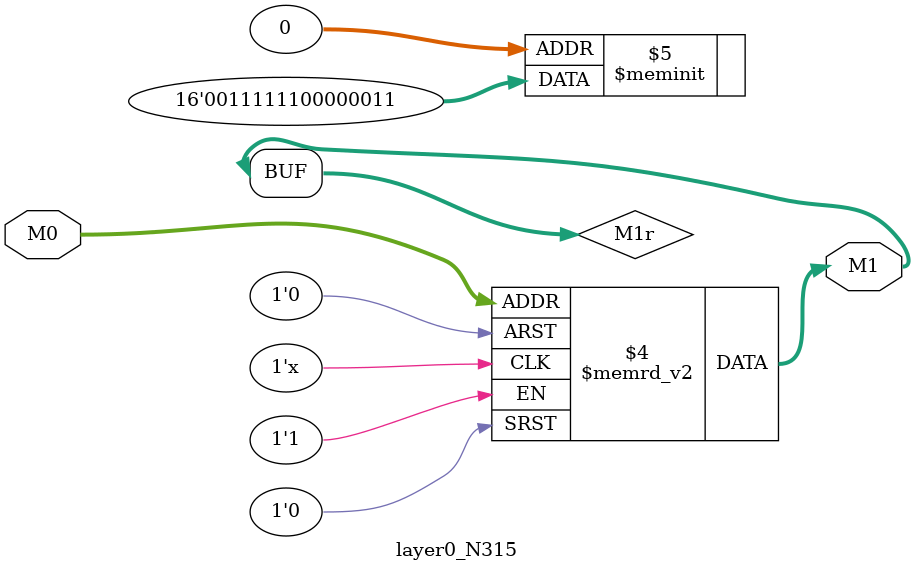
<source format=v>
module layer0_N315 ( input [2:0] M0, output [1:0] M1 );

	(*rom_style = "distributed" *) reg [1:0] M1r;
	assign M1 = M1r;
	always @ (M0) begin
		case (M0)
			3'b000: M1r = 2'b11;
			3'b100: M1r = 2'b11;
			3'b010: M1r = 2'b00;
			3'b110: M1r = 2'b11;
			3'b001: M1r = 2'b00;
			3'b101: M1r = 2'b11;
			3'b011: M1r = 2'b00;
			3'b111: M1r = 2'b00;

		endcase
	end
endmodule

</source>
